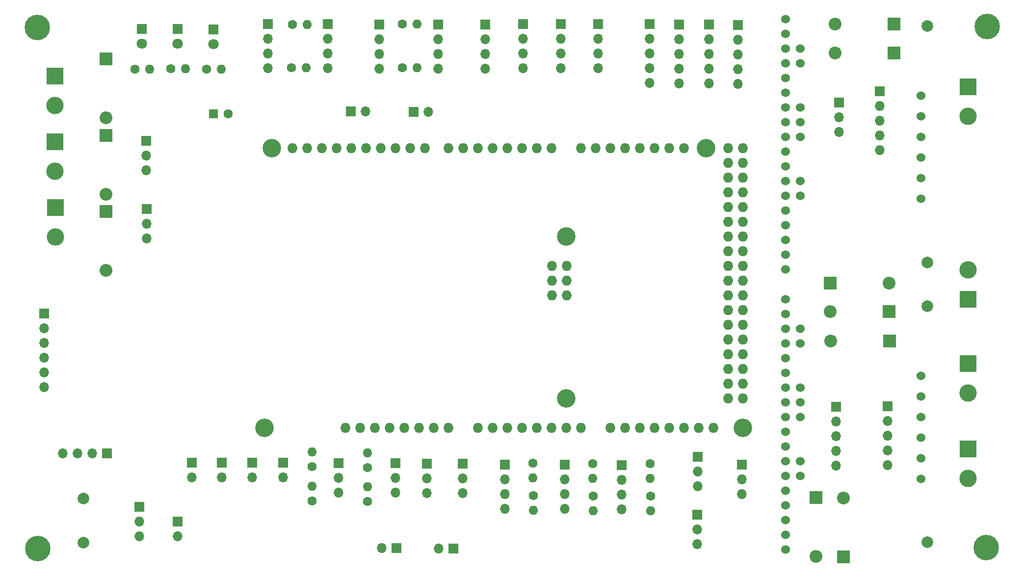
<source format=gbr>
%TF.GenerationSoftware,KiCad,Pcbnew,(5.1.9)-1*%
%TF.CreationDate,2021-05-16T20:36:29+02:00*%
%TF.ProjectId,Ardumower,41726475-6d6f-4776-9572-2e6b69636164,rev?*%
%TF.SameCoordinates,Original*%
%TF.FileFunction,Soldermask,Bot*%
%TF.FilePolarity,Negative*%
%FSLAX46Y46*%
G04 Gerber Fmt 4.6, Leading zero omitted, Abs format (unit mm)*
G04 Created by KiCad (PCBNEW (5.1.9)-1) date 2021-05-16 20:36:29*
%MOMM*%
%LPD*%
G01*
G04 APERTURE LIST*
%ADD10O,1.700000X1.700000*%
%ADD11R,1.700000X1.700000*%
%ADD12O,1.600000X1.600000*%
%ADD13C,1.600000*%
%ADD14O,2.200000X2.200000*%
%ADD15R,2.200000X2.200000*%
%ADD16C,3.000000*%
%ADD17R,3.000000X3.000000*%
%ADD18C,4.400000*%
%ADD19C,2.600000*%
%ADD20C,2.000000*%
%ADD21C,1.524000*%
%ADD22C,1.800000*%
%ADD23R,1.800000X1.800000*%
%ADD24O,1.727200X1.727200*%
%ADD25C,3.200000*%
%ADD26R,1.600000X1.600000*%
G04 APERTURE END LIST*
D10*
%TO.C,JP5*%
X180160000Y-56470000D03*
X180160000Y-53930000D03*
D11*
X180160000Y-51390000D03*
%TD*%
D10*
%TO.C,JP4*%
X163420000Y-118940000D03*
X163420000Y-116400000D03*
D11*
X163420000Y-113860000D03*
%TD*%
D10*
%TO.C,J42*%
X187200000Y-59610000D03*
X187200000Y-57070000D03*
X187200000Y-54530000D03*
X187200000Y-51990000D03*
D11*
X187200000Y-49450000D03*
%TD*%
D10*
%TO.C,J41*%
X188540000Y-113970000D03*
X188540000Y-111430000D03*
X188540000Y-108890000D03*
X188540000Y-106350000D03*
D11*
X188540000Y-103810000D03*
%TD*%
D10*
%TO.C,J40*%
X179700000Y-114050000D03*
X179700000Y-111510000D03*
X179700000Y-108970000D03*
X179700000Y-106430000D03*
D11*
X179700000Y-103890000D03*
%TD*%
D12*
%TO.C,R17*%
X147560000Y-116280000D03*
D13*
X147560000Y-113740000D03*
%TD*%
D12*
%TO.C,R16*%
X137690000Y-116280000D03*
D13*
X137690000Y-113740000D03*
%TD*%
D12*
%TO.C,R15*%
X127380000Y-116210000D03*
D13*
X127380000Y-113670000D03*
%TD*%
D12*
%TO.C,R14*%
X147630000Y-121870000D03*
D13*
X147630000Y-119330000D03*
%TD*%
D12*
%TO.C,R6*%
X137760000Y-121870000D03*
D13*
X137760000Y-119330000D03*
%TD*%
D12*
%TO.C,R5*%
X127450000Y-121800000D03*
D13*
X127450000Y-119260000D03*
%TD*%
D10*
%TO.C,J39*%
X142700000Y-121580000D03*
X142700000Y-119040000D03*
X142700000Y-116500000D03*
D11*
X142700000Y-113960000D03*
%TD*%
D10*
%TO.C,J38*%
X132820000Y-121500000D03*
X132820000Y-118960000D03*
X132820000Y-116420000D03*
D11*
X132820000Y-113880000D03*
%TD*%
D10*
%TO.C,J37*%
X122520000Y-121500000D03*
X122520000Y-118960000D03*
X122520000Y-116420000D03*
D11*
X122520000Y-113880000D03*
%TD*%
D14*
%TO.C,D13*%
X176160000Y-129730000D03*
D15*
X176160000Y-119570000D03*
%TD*%
D14*
%TO.C,D12*%
X180960000Y-119650000D03*
D15*
X180960000Y-129810000D03*
%TD*%
D14*
%TO.C,D11*%
X178720000Y-92520000D03*
D15*
X188880000Y-92520000D03*
%TD*%
D14*
%TO.C,D10*%
X178640000Y-87460000D03*
D15*
X188800000Y-87460000D03*
%TD*%
D14*
%TO.C,D9*%
X179540000Y-42820000D03*
D15*
X189700000Y-42820000D03*
%TD*%
D14*
%TO.C,D6*%
X179540000Y-37850000D03*
D15*
X189700000Y-37850000D03*
%TD*%
D10*
%TO.C,J36*%
X101290000Y-128250000D03*
D11*
X103830000Y-128250000D03*
%TD*%
%TO.C,J35*%
X113660000Y-128400000D03*
D10*
X111120000Y-128400000D03*
%TD*%
%TO.C,J34*%
X98440000Y-52960000D03*
D11*
X95900000Y-52960000D03*
%TD*%
D10*
%TO.C,J33*%
X109320000Y-53000000D03*
D11*
X106780000Y-53000000D03*
%TD*%
D16*
%TO.C,J28*%
X202480000Y-116290000D03*
D17*
X202480000Y-111210000D03*
%TD*%
D16*
%TO.C,J27*%
X202470000Y-101570000D03*
D17*
X202470000Y-96490000D03*
%TD*%
D16*
%TO.C,J26*%
X202460000Y-53810000D03*
D17*
X202460000Y-48730000D03*
%TD*%
D16*
%TO.C,J32*%
X202460000Y-80260000D03*
D17*
X202460000Y-85340000D03*
%TD*%
D14*
%TO.C,D5*%
X188810000Y-82570000D03*
D15*
X178650000Y-82570000D03*
%TD*%
D10*
%TO.C,J31*%
X147520000Y-47990000D03*
X147520000Y-45450000D03*
X147520000Y-42910000D03*
X147520000Y-40370000D03*
D11*
X147520000Y-37830000D03*
%TD*%
D10*
%TO.C,J24*%
X152570000Y-48070000D03*
X152570000Y-45530000D03*
X152570000Y-42990000D03*
X152570000Y-40450000D03*
D11*
X152570000Y-37910000D03*
%TD*%
D10*
%TO.C,J23*%
X157710000Y-48070000D03*
X157710000Y-45530000D03*
X157710000Y-42990000D03*
X157710000Y-40450000D03*
D11*
X157710000Y-37910000D03*
%TD*%
D10*
%TO.C,J22*%
X162770000Y-48150000D03*
X162770000Y-45610000D03*
X162770000Y-43070000D03*
X162770000Y-40530000D03*
D11*
X162770000Y-37990000D03*
%TD*%
D10*
%TO.C,J18*%
X84270000Y-116060000D03*
D11*
X84270000Y-113520000D03*
%TD*%
D10*
%TO.C,J17*%
X78910000Y-116060000D03*
D11*
X78910000Y-113520000D03*
%TD*%
D10*
%TO.C,J16*%
X73700000Y-116060000D03*
D11*
X73700000Y-113520000D03*
%TD*%
D10*
%TO.C,J15*%
X68500000Y-116060000D03*
D11*
X68500000Y-113520000D03*
%TD*%
D18*
%TO.C,H4*%
X41880000Y-128370000D03*
D19*
X41880000Y-128370000D03*
%TD*%
D18*
%TO.C,H3*%
X205600000Y-128210000D03*
D19*
X205600000Y-128210000D03*
%TD*%
D18*
%TO.C,H2*%
X205750000Y-38270000D03*
D19*
X205750000Y-38270000D03*
%TD*%
D18*
%TO.C,H1*%
X41810000Y-38440000D03*
D19*
X41810000Y-38440000D03*
%TD*%
D10*
%TO.C,J14*%
X59480000Y-126230000D03*
X59480000Y-123690000D03*
D11*
X59480000Y-121150000D03*
%TD*%
D20*
%TO.C,U2*%
X195421500Y-86526500D03*
X195421500Y-127293500D03*
D21*
X173514000Y-90400000D03*
X173514000Y-92940000D03*
X173514000Y-100560000D03*
X173514000Y-103100000D03*
X173514000Y-105640000D03*
X173514000Y-113260000D03*
X173514000Y-115800000D03*
X194342000Y-98528000D03*
X194342000Y-102084000D03*
X194342000Y-105640000D03*
X194342000Y-109196000D03*
X194342000Y-112752000D03*
X194342000Y-116308000D03*
X170974000Y-85320000D03*
X170974000Y-87860000D03*
X170974000Y-90400000D03*
X170974000Y-92940000D03*
X170974000Y-95480000D03*
X170974000Y-98020000D03*
X170974000Y-100560000D03*
X170974000Y-103100000D03*
X170974000Y-105640000D03*
X170974000Y-108180000D03*
X170974000Y-110720000D03*
X170974000Y-113260000D03*
X170974000Y-115800000D03*
X170974000Y-118340000D03*
X170974000Y-120880000D03*
X170974000Y-123420000D03*
X170974000Y-125960000D03*
X170974000Y-128500000D03*
%TD*%
D12*
%TO.C,R4*%
X107350000Y-37840000D03*
D13*
X104810000Y-37840000D03*
%TD*%
D12*
%TO.C,R3*%
X88380000Y-37910000D03*
D13*
X85840000Y-37910000D03*
%TD*%
D12*
%TO.C,R2*%
X107350000Y-45400000D03*
D13*
X104810000Y-45400000D03*
%TD*%
D12*
%TO.C,R1*%
X88250000Y-45370000D03*
D13*
X85710000Y-45370000D03*
%TD*%
D10*
%TO.C,JP3*%
X60700000Y-74840000D03*
X60700000Y-72300000D03*
D11*
X60700000Y-69760000D03*
%TD*%
D10*
%TO.C,JP2*%
X66080000Y-126280000D03*
D11*
X66080000Y-123740000D03*
%TD*%
D10*
%TO.C,JP1*%
X60660000Y-63100000D03*
X60660000Y-60560000D03*
D11*
X60660000Y-58020000D03*
%TD*%
D10*
%TO.C,J30*%
X100810000Y-45550000D03*
X100810000Y-43010000D03*
X100810000Y-40470000D03*
D11*
X100810000Y-37930000D03*
%TD*%
D16*
%TO.C,J29*%
X44990000Y-74580000D03*
D17*
X44990000Y-69500000D03*
%TD*%
D16*
%TO.C,J25*%
X44890000Y-63290000D03*
D17*
X44890000Y-58210000D03*
%TD*%
D14*
%TO.C,D8*%
X53690000Y-80380000D03*
D15*
X53690000Y-70220000D03*
%TD*%
D14*
%TO.C,D7*%
X53690000Y-67210000D03*
D15*
X53690000Y-57050000D03*
%TD*%
D10*
%TO.C,J19*%
X103670000Y-118730000D03*
X103670000Y-116190000D03*
D11*
X103670000Y-113650000D03*
%TD*%
D20*
%TO.C,U1*%
X195421500Y-38236500D03*
X195421500Y-79003500D03*
D21*
X173514000Y-42110000D03*
X173514000Y-44650000D03*
X173514000Y-52270000D03*
X173514000Y-54810000D03*
X173514000Y-57350000D03*
X173514000Y-64970000D03*
X173514000Y-67510000D03*
X194342000Y-50238000D03*
X194342000Y-53794000D03*
X194342000Y-57350000D03*
X194342000Y-60906000D03*
X194342000Y-64462000D03*
X194342000Y-68018000D03*
X170974000Y-37030000D03*
X170974000Y-39570000D03*
X170974000Y-42110000D03*
X170974000Y-44650000D03*
X170974000Y-47190000D03*
X170974000Y-49730000D03*
X170974000Y-52270000D03*
X170974000Y-54810000D03*
X170974000Y-57350000D03*
X170974000Y-59890000D03*
X170974000Y-62430000D03*
X170974000Y-64970000D03*
X170974000Y-67510000D03*
X170974000Y-70050000D03*
X170974000Y-72590000D03*
X170974000Y-75130000D03*
X170974000Y-77670000D03*
X170974000Y-80210000D03*
%TD*%
D22*
%TO.C,D4*%
X72210000Y-41350000D03*
D23*
X72210000Y-38810000D03*
%TD*%
D22*
%TO.C,D2*%
X59870000Y-41260000D03*
D23*
X59870000Y-38720000D03*
%TD*%
D10*
%TO.C,J21*%
X43060000Y-100500000D03*
X43060000Y-97960000D03*
X43060000Y-95420000D03*
X43060000Y-92880000D03*
X43060000Y-90340000D03*
D11*
X43060000Y-87800000D03*
%TD*%
D10*
%TO.C,J20*%
X46280000Y-111940000D03*
X48820000Y-111940000D03*
X51360000Y-111940000D03*
D11*
X53900000Y-111940000D03*
%TD*%
D10*
%TO.C,J12*%
X125660000Y-45510000D03*
X125660000Y-42970000D03*
X125660000Y-40430000D03*
D11*
X125660000Y-37890000D03*
%TD*%
D10*
%TO.C,J11*%
X132200000Y-45510000D03*
X132200000Y-42970000D03*
X132200000Y-40430000D03*
D11*
X132200000Y-37890000D03*
%TD*%
D10*
%TO.C,J10*%
X138640000Y-45510000D03*
X138640000Y-42970000D03*
X138640000Y-40430000D03*
D11*
X138640000Y-37890000D03*
%TD*%
D10*
%TO.C,J5*%
X119110000Y-45530000D03*
X119110000Y-42990000D03*
X119110000Y-40450000D03*
D11*
X119110000Y-37910000D03*
%TD*%
D10*
%TO.C,J4*%
X111020000Y-45600000D03*
X111020000Y-43060000D03*
X111020000Y-40520000D03*
D11*
X111020000Y-37980000D03*
%TD*%
D10*
%TO.C,J3*%
X91920000Y-45500000D03*
X91920000Y-42960000D03*
X91920000Y-40420000D03*
D11*
X91920000Y-37880000D03*
%TD*%
D10*
%TO.C,J2*%
X81620000Y-45450000D03*
X81620000Y-42910000D03*
X81620000Y-40370000D03*
D11*
X81620000Y-37830000D03*
%TD*%
D24*
%TO.C,XA1*%
X130677000Y-79570000D03*
X163570000Y-102430000D03*
X161030000Y-102430000D03*
X163570000Y-99890000D03*
X161030000Y-99890000D03*
X163570000Y-97350000D03*
X161030000Y-97350000D03*
X163570000Y-94810000D03*
X161030000Y-94810000D03*
X163570000Y-92270000D03*
X161030000Y-92270000D03*
X163570000Y-89730000D03*
X161030000Y-89730000D03*
X163570000Y-87190000D03*
X161030000Y-87190000D03*
X163570000Y-84650000D03*
X161030000Y-84650000D03*
X163570000Y-82110000D03*
X161030000Y-82110000D03*
X163570000Y-79570000D03*
X161030000Y-79570000D03*
X163570000Y-77030000D03*
X161030000Y-77030000D03*
X163570000Y-74490000D03*
X161030000Y-74490000D03*
X163570000Y-71950000D03*
X161030000Y-71950000D03*
X163570000Y-69410000D03*
X161030000Y-69410000D03*
X163570000Y-66870000D03*
X161030000Y-66870000D03*
X163570000Y-64330000D03*
X161030000Y-64330000D03*
X163570000Y-61790000D03*
X161030000Y-61790000D03*
X163570000Y-59250000D03*
X161030000Y-59250000D03*
X158490000Y-107510000D03*
X155950000Y-107510000D03*
X153410000Y-107510000D03*
X150870000Y-107510000D03*
X148330000Y-107510000D03*
X145790000Y-107510000D03*
X143250000Y-107510000D03*
X140710000Y-107510000D03*
X135630000Y-107510000D03*
X133090000Y-107510000D03*
X130550000Y-107510000D03*
X128010000Y-107510000D03*
X125470000Y-107510000D03*
X122930000Y-107510000D03*
X120390000Y-107510000D03*
X94990000Y-107510000D03*
X101086000Y-59250000D03*
X98546000Y-59250000D03*
X96006000Y-59250000D03*
X90926000Y-59250000D03*
X88386000Y-59250000D03*
X85846000Y-59250000D03*
D25*
X81020000Y-107510000D03*
X163570000Y-107510000D03*
X82290000Y-59250000D03*
X157220000Y-59250000D03*
X133090000Y-74490000D03*
X133090000Y-102430000D03*
D24*
X103626000Y-59250000D03*
X106166000Y-59250000D03*
X108706000Y-59250000D03*
X93466000Y-59250000D03*
X112770000Y-59250000D03*
X115310000Y-59250000D03*
X117850000Y-59250000D03*
X120390000Y-59250000D03*
X122930000Y-59250000D03*
X125470000Y-59250000D03*
X128010000Y-59250000D03*
X130550000Y-59250000D03*
X135630000Y-59250000D03*
X138170000Y-59250000D03*
X140710000Y-59250000D03*
X143250000Y-59250000D03*
X145790000Y-59250000D03*
X148330000Y-59250000D03*
X150870000Y-59250000D03*
X153410000Y-59250000D03*
X97530000Y-107510000D03*
X100070000Y-107510000D03*
X102610000Y-107510000D03*
X105150000Y-107510000D03*
X107690000Y-107510000D03*
X110230000Y-107510000D03*
X112770000Y-107510000D03*
X117850000Y-107510000D03*
X133217000Y-79570000D03*
X130677000Y-82110000D03*
X133217000Y-82110000D03*
X133217000Y-84650000D03*
X130677000Y-84650000D03*
%TD*%
D20*
%TO.C,SP1*%
X49820000Y-119720160D03*
X49820000Y-127319840D03*
%TD*%
D12*
%TO.C,R13*%
X73560000Y-45680000D03*
D13*
X71020000Y-45680000D03*
%TD*%
D12*
%TO.C,R12*%
X67370000Y-45590000D03*
D13*
X64830000Y-45590000D03*
%TD*%
D12*
%TO.C,R11*%
X61260000Y-45630000D03*
D13*
X58720000Y-45630000D03*
%TD*%
D12*
%TO.C,R10*%
X89260000Y-111660000D03*
D13*
X89260000Y-114200000D03*
%TD*%
D12*
%TO.C,R9*%
X89290000Y-117640000D03*
D13*
X89290000Y-120180000D03*
%TD*%
D12*
%TO.C,R8*%
X98820000Y-111850000D03*
D13*
X98820000Y-114390000D03*
%TD*%
D12*
%TO.C,R7*%
X98820000Y-117690000D03*
D13*
X98820000Y-120230000D03*
%TD*%
D10*
%TO.C,J13*%
X93860000Y-118730000D03*
X93860000Y-116190000D03*
D11*
X93860000Y-113650000D03*
%TD*%
D10*
%TO.C,J9*%
X115260000Y-118780000D03*
X115260000Y-116240000D03*
D11*
X115260000Y-113700000D03*
%TD*%
D10*
%TO.C,J8*%
X109060000Y-118780000D03*
X109060000Y-116240000D03*
D11*
X109060000Y-113700000D03*
%TD*%
D10*
%TO.C,J7*%
X155750000Y-127630000D03*
X155750000Y-125090000D03*
D11*
X155750000Y-122550000D03*
%TD*%
D10*
%TO.C,J6*%
X155800000Y-117590000D03*
X155800000Y-115050000D03*
D11*
X155800000Y-112510000D03*
%TD*%
D16*
%TO.C,J1*%
X44880000Y-51950000D03*
D17*
X44880000Y-46870000D03*
%TD*%
D22*
%TO.C,D3*%
X66060000Y-41260000D03*
D23*
X66060000Y-38720000D03*
%TD*%
D14*
%TO.C,D1*%
X53690000Y-54040000D03*
D15*
X53690000Y-43880000D03*
%TD*%
D13*
%TO.C,C1*%
X74750000Y-53370000D03*
D26*
X72250000Y-53370000D03*
%TD*%
M02*

</source>
